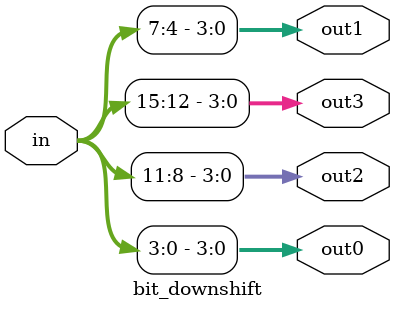
<source format=v>
module bit_downshift (in, out3, out2, out1, out0);

input [15:0] in;
output reg [3:0] out0, out2, out3, out1;

always @(in)
begin

out0=in;
out1=in>>4'b0100;
out2=in>>4'b1000;
out3=in>>4'b1100;

end
endmodule


</source>
